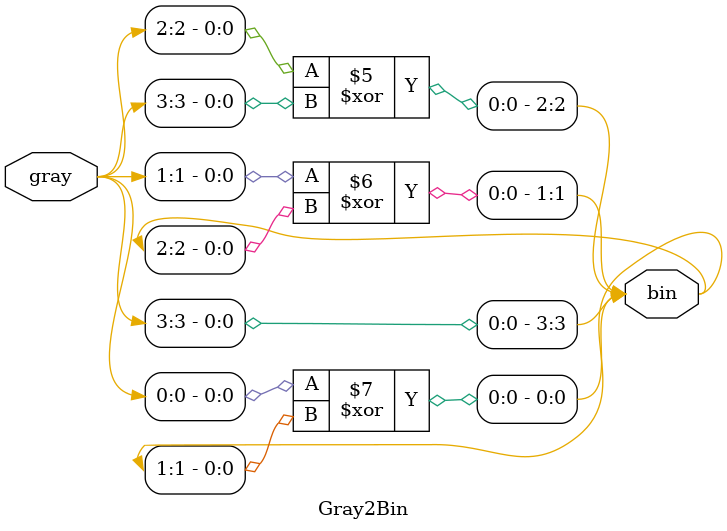
<source format=sv>
module Gray2Bin #(
    parameter int WIDTH = 4
) (
    input  wire [WIDTH-1:0] gray,
    output reg  [WIDTH-1:0] bin
);

  always_comb begin
    bin[WIDTH-1] = gray[WIDTH-1];
    for (int i = WIDTH - 2; i >= 0; i--) bin[i] = gray[i] ^ bin[i+1];
  end

endmodule

</source>
